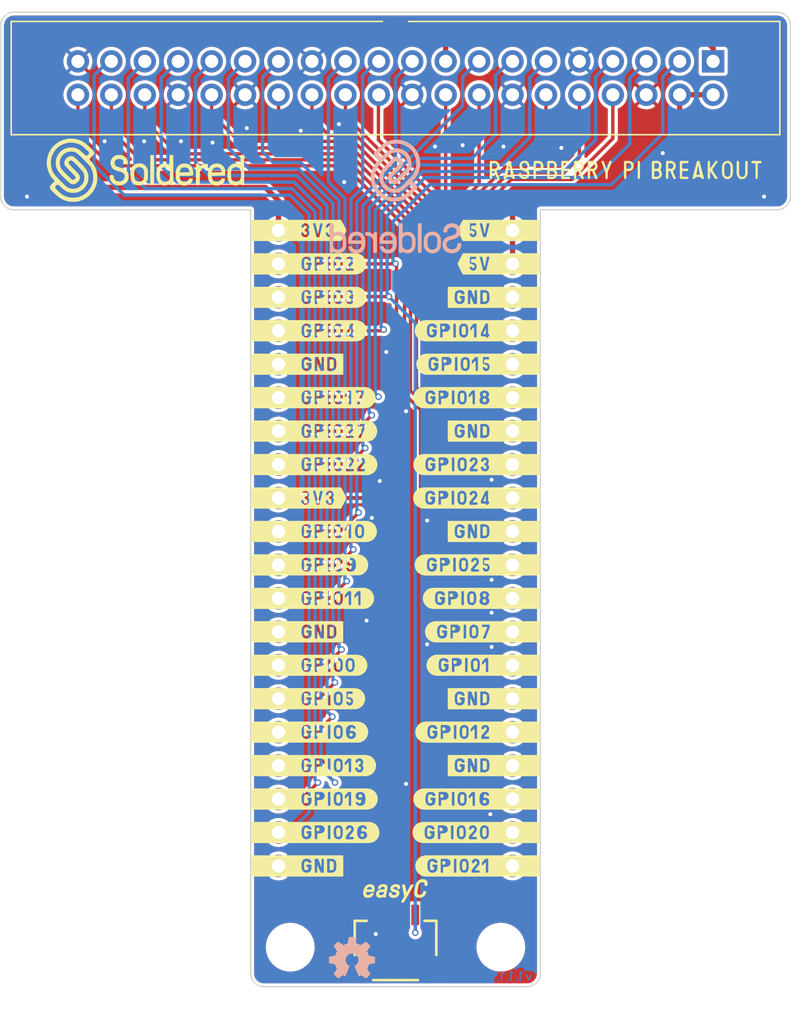
<source format=kicad_pcb>
(kicad_pcb (version 20211014) (generator pcbnew)
  (title_block (title "Raspberry Pi breadboard breakout") (date "2021-10-04") (rev "v1.1.1.") (company "SOLDERED") (comment 1 "333135"))
  (layers (0 "F.Cu" signal) (31 "B.Cu" signal) (34 "B.Paste" user) (35 "F.Paste" user) (36 "B.SilkS" user "B.Silkscreen") (37 "F.SilkS" user "F.Silkscreen") (38 "B.Mask" user) (39 "F.Mask" user) (44 "Edge.Cuts" user))
  (net 0 "")
  (net 1 "3V3")
  (net 2 "SDA")
  (net 3 "SCL")
  (net 4 "Net-(K1-Pad7)")
  (net 5 "GND")
  (net 6 "Net-(K1-Pad5)")
  (net 7 "Net-(K1-Pad4)")
  (net 8 "Net-(K1-Pad3)")
  (net 9 "Net-(K1-Pad1)")
  (net 10 "Net-(K2-Pad10)")
  (net 11 "Net-(K2-Pad9)")
  (net 12 "Net-(K2-Pad7)")
  (net 13 "Net-(K2-Pad6)")
  (net 14 "Net-(K2-Pad5)")
  (net 15 "Net-(K2-Pad4)")
  (net 16 "Net-(K2-Pad3)")
  (net 17 "Net-(K2-Pad2)")
  (net 18 "Net-(K4-Pad40)")
  (net 19 "Net-(K4-Pad38)")
  (net 20 "Net-(K4-Pad36)")
  (net 21 "Net-(K4-Pad32)")
  (net 22 "Net-(K4-Pad28)")
  (net 23 "Net-(K4-Pad26)")
  (net 24 "Net-(K4-Pad24)")
  (net 25 "Net-(K4-Pad22)")
  (net 26 "Net-(K4-Pad18)")
  (net 27 "Net-(K4-Pad16)")
  (net 28 "Net-(K4-Pad12)")
  (net 29 "Net-(K4-Pad10)")
  (net 30 "Net-(K4-Pad8)")
  (net 31 "Net-(K4-Pad2)")
  (footprint "buzzardLabel" (layer "F.Cu") (at 141.4 105.27)
    (fp_text reference "")
    (fp_text value "")
  )
  (footprint "buzzardLabel" (layer "F.Cu") (at 118.6 138.29)
    (fp_text reference "")
    (fp_text value "")
  )
  (footprint "buzzardLabel" (layer "F.Cu") (at 118.6 133.21)
    (fp_text reference "")
    (fp_text value "")
  )
  (footprint "e-radionica.com footprinti:HOLE_3.2mm" (layer "F.Cu") (at 122 147)
    (fp_text reference "H2" hide)
    (fp_text value "HOLE_3.2mm" hide)
  )
  (footprint "buzzardLabel" (layer "F.Cu") (at 118.6 120.51)
    (fp_text reference "")
    (fp_text value "")
  )
  (footprint "Soldered Graphics:Logo-Front-SolderedFULL-15mm" (layer "F.Cu") (at 111 88)
    (fp_text reference "REF**" hide)
    (fp_text value "Logo-Front-SolderedFULL-15mm" hide)
  )
  (footprint "buzzardLabel" (layer "F.Cu") (at 141.4 100.19)
    (fp_text reference "")
    (fp_text value "")
  )
  (footprint "buzzardLabel" (layer "F.Cu") (at 141.4 123.05)
    (fp_text reference "")
    (fp_text value "")
  )
  (footprint "e-radionica.com footprinti:FIDUCIAL_23" (layer "F.Cu") (at 130 148.2)
    (fp_text reference "FD1")
    (fp_text value "FIDUCIAL")
  )
  (footprint "buzzardLabel" (layer "F.Cu") (at 141.4 97.65)
    (fp_text reference "")
    (fp_text value "")
  )
  (footprint "buzzardLabel" (layer "F.Cu") (at 141.4 140.83)
    (fp_text reference "")
    (fp_text value "")
  )
  (footprint "buzzardLabel" (layer "F.Cu") (at 118.6 117.97)
    (fp_text reference "")
    (fp_text value "")
  )
  (footprint "buzzardLabel" (layer "F.Cu") (at 141.4 133.21)
    (fp_text reference "")
    (fp_text value "")
  )
  (footprint "buzzardLabel" (layer "F.Cu") (at 141.4 120.51)
    (fp_text reference "")
    (fp_text value "")
  )
  (footprint "buzzardLabel" (layer "F.Cu") (at 141.4 115.43)
    (fp_text reference "")
    (fp_text value "")
  )
  (footprint "buzzardLabel" (layer "F.Cu") (at 118.6 140.83)
    (fp_text reference "")
    (fp_text value "")
  )
  (footprint "buzzardLabel" (layer "F.Cu") (at 118.6 105.27)
    (fp_text reference "")
    (fp_text value "")
  )
  (footprint "buzzardLabel" (layer "F.Cu") (at 141.4 95.11)
    (fp_text reference "")
    (fp_text value "")
  )
  (footprint "buzzardLabel" (layer "F.Cu") (at 141.4 112.89)
    (fp_text reference "")
    (fp_text value "")
  )
  (footprint "buzzardLabel" (layer "F.Cu") (at 141.4 92.57)
    (fp_text reference "")
    (fp_text value "")
  )
  (footprint "Soldered Graphics:Logo-Back-OSH-3.5mm" (layer "F.Cu") (at 126.7 147.8)
    (fp_text reference "G***" hide)
    (fp_text value "LOGO" hide)
  )
  (footprint "Soldered Graphics:Logo-Back-SolderedVERTICAL-10mm" (layer "F.Cu") (at 130 90)
    (fp_text reference "G***" hide)
    (fp_text value "LOGO" hide)
  )
  (footprint "buzzardLabel" (layer "F.Cu") (at 149 88)
    (fp_text reference "")
    (fp_text value "")
  )
  (footprint "buzzardLabel" (layer "F.Cu") (at 118.6 107.81)
    (fp_text reference "")
    (fp_text value "")
  )
  (footprint "buzzardLabel" (layer "F.Cu") (at 141.4 117.97)
    (fp_text reference "")
    (fp_text value "")
  )
  (footprint "buzzardLabel" (layer "F.Cu") (at 118.6 125.59)
    (fp_text reference "")
    (fp_text value "")
  )
  (footprint "buzzardLabel" (layer "F.Cu") (at 141.4 128.13)
    (fp_text reference "")
    (fp_text value "")
  )
  (footprint "e-radionica.com footprinti:easyC-connector" (layer "F.Cu") (at 130 146.7 180)
    (fp_text reference "K3")
    (fp_text value "easyC-SMD")
  )
  (footprint "buzzardLabel" (layer "F.Cu") (at 141.4 125.59)
    (fp_text reference "")
    (fp_text value "")
  )
  (footprint "buzzardLabel" (layer "F.Cu") (at 118.6 110.35)
    (fp_text reference "")
    (fp_text value "")
  )
  (footprint "buzzardLabel" (layer "F.Cu") (at 118.6 115.43)
    (fp_text reference "")
    (fp_text value "")
  )
  (footprint "buzzardLabel" (layer "F.Cu") (at 118.6 92.57)
    (fp_text reference "")
    (fp_text value "")
  )
  (footprint "buzzardLabel" (layer "F.Cu") (at 141.4 107.81)
    (fp_text reference "")
    (fp_text value "")
  )
  (footprint "buzzardLabel" (layer "F.Cu") (at 118.6 112.89)
    (fp_text reference "")
    (fp_text value "")
  )
  (footprint "buzzardLabel" (layer "F.Cu") (at 141.4 130.67)
    (fp_text reference "")
    (fp_text value "")
  )
  (footprint "e-radionica.com footprinti:RASPBERRY_PI4_HEADER" (layer "F.Cu") (at 130 81 180)
    (fp_text reference "K4")
    (fp_text value "RASPBERRY_PI4_HEADER")
  )
  (footprint "buzzardLabel" (layer "F.Cu") (at 118.6 130.67)
    (fp_text reference "")
    (fp_text value "")
  )
  (footprint "buzzardLabel" (layer "F.Cu") (at 118.6 135.75)
    (fp_text reference "")
    (fp_text value "")
  )
  (footprint "buzzardLabel" (layer "F.Cu") (at 118.6 95.11)
    (fp_text reference "")
    (fp_text value "")
  )
  (footprint "buzzardLabel" (layer "F.Cu") (at 141.4 138.29)
    (fp_text reference "")
    (fp_text value "")
  )
  (footprint "e-radionica.com footprinti:HOLE_3.2mm" (layer "F.Cu") (at 138 147)
    (fp_text reference "H1" hide)
    (fp_text value "HOLE_3.2mm" hide)
  )
  (footprint "buzzardLabel" (layer "F.Cu") (at 118.6 102.73)
    (fp_text reference "")
    (fp_text value "")
  )
  (footprint "buzzardLabel" (layer "F.Cu") (at 118.6 123.05)
    (fp_text reference "")
    (fp_text value "")
  )
  (footprint "buzzardLabel" (layer "F.Cu") (at 118.6 97.65)
    (fp_text reference "")
    (fp_text value "")
  )
  (footprint "buzzardLabel" (layer "F.Cu") (at 118.6 100.19)
    (fp_text reference "")
    (fp_text value "")
  )
  (footprint "buzzardLabel" (layer "F.Cu") (at 141.4 102.73)
    (fp_text reference "")
    (fp_text value "")
  )
  (footprint "Soldered Graphics:Logo-Front-easyC-5mm" (layer "F.Cu") (at 130 142.7)
    (fp_text reference "G***" hide)
    (fp_text value "LOGO" hide)
  )
  (footprint "buzzardLabel" (layer "F.Cu") (at 118.6 128.13)
    (fp_text reference "")
    (fp_text value "")
  )
  (footprint "buzzardLabel" (layer "F.Cu") (at 141.4 135.75)
    (fp_text reference "")
    (fp_text value "")
  )
  (footprint "buzzardLabel" (layer "F.Cu") (at 141.4 110.35)
    (fp_text reference "")
    (fp_text value "")
  )
  (footprint "e-radionica.com footprinti:HEADER_MALE_10X1" (layer "B.Cu") (at 138.89 104 90)
    (fp_text reference "K5")
    (fp_text value "HEADER_MALE_10X1")
  )
  (footprint "e-radionica.com footprinti:HEADER_MALE_10X1" (layer "B.Cu") (at 121.11 104 90)
    (fp_text reference "K1")
    (fp_text value "HEADER_MALE_10X1")
  )
  (footprint "e-radionica.com footprinti:HEADER_MALE_10X1" (layer "B.Cu") (at 138.89 129.4 90)
    (fp_text reference "K6")
    (fp_text value "HEADER_MALE_10X1")
  )
  (footprint "e-radionica.com footprinti:HEADER_MALE_10X1" (layer "B.Cu") (at 121.11 129.4 90)
    (fp_text reference "K2")
    (fp_text value "HEADER_MALE_10X1")
  )
  (footprint "Soldered Graphics:Version1.1.1." (layer "B.Cu") (at 139 149.2 180)
    (fp_text reference "REF**" hide)
    (fp_text value "Version1.1.1." hide)
  )
  (gr_arc (start 141.000003 149.000003) (mid 140.707108 149.707109) (end 140 150) (layer "Edge.Cuts") (width 0.1))
  (gr_arc (start 160 90) (mid 159.707107 90.707107) (end 159 91) (layer "Edge.Cuts") (width 0.1))
  (gr_line (start 141 91) (end 141 149) (layer "Edge.Cuts") (width 0.1))
  (gr_arc (start 100 77) (mid 100.292893 76.292893) (end 101 76) (layer "Edge.Cuts") (width 0.1))
  (gr_line (start 100 90) (end 100 77) (layer "Edge.Cuts") (width 0.1))
  (gr_line (start 140 150) (end 120 150) (layer "Edge.Cuts") (width 0.1))
  (gr_line (start 160 77) (end 160 90) (layer "Edge.Cuts") (width 0.1))
  (gr_arc (start 101 91) (mid 100.292893 90.707107) (end 100 90) (layer "Edge.Cuts") (width 0.1))
  (gr_line (start 159 91) (end 141 91) (layer "Edge.Cuts") (width 0.1))
  (gr_line (start 101 76) (end 159 76) (layer "Edge.Cuts") (width 0.1))
  (gr_line (start 119 149) (end 119 91) (layer "Edge.Cuts") (width 0.1))
  (gr_line (start 119 91) (end 101 91) (layer "Edge.Cuts") (width 0.1))
  (gr_arc (start 120 150) (mid 119.292895 149.707108) (end 119.000003 149.000003) (layer "Edge.Cuts") (width 0.1))
  (gr_arc (start 159 76) (mid 159.707107 76.292893) (end 160 77) (layer "Edge.Cuts") (width 0.1))
  (segment (start 128.09 112.89) (end 121.11 112.89) (width 0.3) (layer "F.Cu") (net 1))
  (segment (start 102.8 78.5) (end 103.8 77.5) (width 0.4) (layer "F.Cu") (net 1))
  (segment (start 103.8 77.5) (end 133 77.5) (width 0.4) (layer "F.Cu") (net 1))
  (segment (start 133.81 78.31) (end 133.81 79.73) (width 0.4) (layer "F.Cu") (net 1))
  (segment (start 107.3 89.3) (end 102.8 84.8) (width 0.4) (layer "F.Cu") (net 1))
  (segment (start 121.11 92.57) (end 121.11 90.31) (width 0.4) (layer "F.Cu") (net 1))
  (segment (start 133 77.5) (end 133.81 78.31) (width 0.4) (layer "F.Cu") (net 1))
  (segment (start 152.9 77.5) (end 154.13 78.73) (width 0.4) (layer "F.Cu") (net 1))
  (segment (start 129.5 114.3) (end 128.09 112.89) (width 0.3) (layer "F.Cu") (net 1))
  (segment (start 129.5 144.55) (end 129.5 114.3) (width 0.3) (layer "F.Cu") (net 1))
  (segment (start 121.11 90.31) (end 120.1 89.3) (width 0.4) (layer "F.Cu") (net 1))
  (segment (start 102.8 84.8) (end 102.8 78.5) (width 0.4) (layer "F.Cu") (net 1))
  (segment (start 154.13 78.73) (end 154.13 79.73) (width 0.4) (layer "F.Cu") (net 1))
  (segment (start 133 77.5) (end 152.9 77.5) (width 0.4) (layer "F.Cu") (net 1))
  (segment (start 120.1 89.3) (end 107.3 89.3) (width 0.4) (layer "F.Cu") (net 1))
  (segment (start 122.9 93.5) (end 122.9 112.2) (width 0.4) (layer "B.Cu") (net 1))
  (segment (start 121.11 92.57) (end 121.97 92.57) (width 0.4) (layer "B.Cu") (net 1))
  (segment (start 121.97 92.57) (end 122.9 93.5) (width 0.4) (layer "B.Cu") (net 1))
  (segment (start 122.21 112.89) (end 121.11 112.89) (width 0.4) (layer "B.Cu") (net 1))
  (segment (start 122.9 112.2) (end 122.21 112.89) (width 0.4) (layer "B.Cu") (net 1))
  (segment (start 129.99 95.11) (end 121.11 95.11) (width 0.254) (layer "F.Cu") (net 2))
  (segment (start 130 95.1) (end 130.077011 95.177011) (width 0.254) (layer "F.Cu") (net 2))
  (segment (start 130.5 141.9) (end 130.5 144.55) (width 0.254) (layer "F.Cu") (net 2))
  (segment (start 130.077011 141.477011) (end 130.5 141.9) (width 0.254) (layer "F.Cu") (net 2))
  (segment (start 130.077011 95.177011) (end 130.077011 141.477011) (width 0.254) (layer "F.Cu") (net 2))
  (segment (start 130 95.1) (end 129.99 95.11) (width 0.254) (layer "F.Cu") (net 2))
  (via (at 130 95.1) (size 0.5) (drill 0.3) (layers "F.Cu" "B.Cu") (net 2))
  (segment (start 129.81608 91.88392) (end 132.6 89.1) (width 0.254) (layer "B.Cu") (net 2))
  (segment (start 151.47 79.73) (end 151.59 79.73) (width 0.254) (layer "B.Cu") (net 2))
  (segment (start 150.3 80.9) (end 151.47 79.73) (width 0.254) (layer "B.Cu") (net 2))
  (segment (start 146.4 89.1) (end 150.3 85.2) (width 0.254) (layer "B.Cu") (net 2))
  (segment (start 150.3 85.2) (end 150.3 80.9) (width 0.254) (layer "B.Cu") (net 2))
  (segment (start 132.6 89.1) (end 146.4 89.1) (width 0.254) (layer "B.Cu") (net 2))
  (segment (start 130 95.1) (end 129.81608 94.91608) (width 0.254) (layer "B.Cu") (net 2))
  (segment (start 129.81608 94.91608) (end 129.81608 91.88392) (width 0.254) (layer "B.Cu") (net 2))
  (segment (start 129.5 97.6) (end 121.16 97.6) (width 0.254) (layer "F.Cu") (net 3))
  (segment (start 121.16 97.6) (end 121.11 97.65) (width 0.254) (layer "F.Cu") (net 3))
  (segment (start 131.5 145.9) (end 131.5 144.55) (width 0.254) (layer "F.Cu") (net 3))
  (via (at 131.5 145.9) (size 0.5) (drill 0.3) (layers "F.Cu" "B.Cu") (net 3))
  (via (at 129.5 97.6) (size 0.5) (drill 0.3) (layers "F.Cu" "B.Cu") (net 3))
  (segment (start 131.5 99.6) (end 131.5 145.9) (width 0.254) (layer "B.Cu") (net 3))
  (segment (start 149.05 79.75) (end 149.05 79.73) (width 0.254) (layer "B.Cu") (net 3))
  (segment (start 129.5 97.6) (end 129.36206 97.46206) (width 0.254) (layer "B.Cu") (net 3))
  (segment (start 129.36206 97.46206) (end 129.36206 91.43794) (width 0.254) (layer "B.Cu") (net 3))
  (segment (start 145.24598 88.55402) (end 147.8 86) (width 0.254) (layer "B.Cu") (net 3))
  (segment (start 129.5 97.6) (end 131.5 99.6) (width 0.254) (layer "B.Cu") (net 3))
  (segment (start 147.8 86) (end 147.8 81) (width 0.254) (layer "B.Cu") (net 3))
  (segment (start 129.36206 91.43794) (end 132.24598 88.55402) (width 0.254) (layer "B.Cu") (net 3))
  (segment (start 132.24598 88.55402) (end 145.24598 88.55402) (width 0.254) (layer "B.Cu") (net 3))
  (segment (start 147.8 81) (end 149.05 79.75) (width 0.254) (layer "B.Cu") (net 3))
  (segment (start 129.01 100.19) (end 121.11 100.19) (width 0.254) (layer "F.Cu") (net 4))
  (segment (start 129.1 100.1) (end 129.01 100.19) (width 0.254) (layer "F.Cu") (net 4))
  (via (at 129.1 100.1) (size 0.5) (drill 0.3) (layers "F.Cu" "B.Cu") (net 4))
  (segment (start 128.90804 91.234042) (end 128.90804 99.90804) (width 0.254) (layer "B.Cu") (net 4))
  (segment (start 128.90804 99.90804) (end 129.1 100.1) (width 0.254) (layer "B.Cu") (net 4))
  (segment (start 145.2 85.7) (end 142.8 88.1) (width 0.254) (layer "B.Cu") (net 4))
  (segment (start 145.2 80.9) (end 145.2 85.7) (width 0.254) (layer "B.Cu") (net 4))
  (segment (start 132.042082 88.1) (end 128.90804 91.234042) (width 0.254) (layer "B.Cu") (net 4))
  (segment (start 146.37 79.73) (end 145.2 80.9) (width 0.254) (layer "B.Cu") (net 4))
  (segment (start 146.51 79.73) (end 146.37 79.73) (width 0.254) (layer "B.Cu") (net 4))
  (segment (start 142.8 88.1) (end 132.042082 88.1) (width 0.254) (layer "B.Cu") (net 4))
  (segment (start 138.89 107.81) (end 138.61 107.81) (width 0.254) (layer "F.Cu") (net 5))
  (via (at 127.8 122.2) (size 0.5) (drill 0.3) (layers "F.Cu" "B.Cu") (net 5))
  (via (at 118.7 84.8) (size 0.5) (drill 0.3) (layers "F.Cu" "B.Cu") (net 5))
  (via (at 158 90) (size 0.5) (drill 0.3) (layers "F.Cu" "B.Cu") (net 5))
  (via (at 132.4 114.6) (size 0.5) (drill 0.3) (layers "F.Cu" "B.Cu") (net 5))
  (via (at 132.4 124) (size 0.5) (drill 0.3) (layers "F.Cu" "B.Cu") (net 5))
  (via (at 128.8 111.6) (size 0.5) (drill 0.3) (layers "F.Cu" "B.Cu") (net 5))
  (via (at 122.8 85) (size 0.5) (drill 0.3) (layers "F.Cu" "B.Cu") (net 5))
  (via (at 150.3 86.7) (size 0.5) (drill 0.3) (layers "F.Cu" "B.Cu") (net 5))
  (via (at 137.3 119.1) (size 0.5) (drill 0.3) (layers "F.Cu" "B.Cu") (net 5))
  (via (at 135.1 86.1) (size 0.5) (drill 0.3) (layers "F.Cu" "B.Cu") (net 5))
  (via (at 130.8 134.6) (size 0.5) (drill 0.3) (layers "F.Cu" "B.Cu") (net 5))
  (via (at 102 90) (size 0.5) (drill 0.3) (layers "F.Cu" "B.Cu") (net 5))
  (via (at 129.3 101.8) (size 0.5) (drill 0.3) (layers "F.Cu" "B.Cu") (net 5))
  (via (at 128.2 114.4) (size 0.5) (drill 0.3) (layers "F.Cu" "B.Cu") (net 5))
  (via (at 126.1 88.9) (size 0.5) (drill 0.3) (layers "F.Cu" "B.Cu") (net 5))
  (via (at 137.2 136.9) (size 0.5) (drill 0.3) (layers "F.Cu" "B.Cu") (net 5))
  (via (at 116.1 85.9) (size 0.5) (drill 0.3) (layers "F.Cu" "B.Cu") (net 5))
  (via (at 125.7 84.5) (size 0.5) (drill 0.3) (layers "F.Cu" "B.Cu") (net 5))
  (via (at 137.3 121.6) (size 0.5) (drill 0.3) (layers "F.Cu" "B.Cu") (net 5))
  (via (at 113.7 85.8) (size 0.5) (drill 0.3) (layers "F.Cu" "B.Cu") (net 5))
  (via (at 137.3 124.2) (size 0.5) (drill 0.3) (layers "F.Cu" "B.Cu") (net 5))
  (via (at 138.2 86.2) (size 0.5) (drill 0.3) (layers "F.Cu" "B.Cu") (net 5))
  (via (at 137.3 111.5) (size 0.5) (drill 0.3) (layers "F.Cu" "B.Cu") (net 5))
  (via (at 133 86.2) (size 0.5) (drill 0.3) (layers "F.Cu" "B.Cu") (net 5))
  (via (at 128.5 146) (size 0.5) (drill 0.3) (layers "F.Cu" "B.Cu") (net 5))
  (via (at 107.9 85.8) (size 0.5) (drill 0.3) (layers "F.Cu" "B.Cu") (net 5))
  (via (at 142.6 86.3) (size 0.5) (drill 0.3) (layers "F.Cu" "B.Cu") (net 5))
  (via (at 110.9 85.8) (size 0.5) (drill 0.3) (layers "F.Cu" "B.Cu") (net 5))
  (via (at 130.8 106.3) (size 0.5) (drill 0.3) (layers "F.Cu" "B.Cu") (net 5))
  (segment (start 121.18 105.2) (end 121.11 105.27) (width 0.254) (layer "F.Cu") (net 6))
  (segment (start 128.7 105.2) (end 121.18 105.2) (width 0.254) (layer "F.Cu") (net 6))
  (via (at 128.7 105.2) (size 0.5) (drill 0.3) (layers "F.Cu" "B.Cu") (net 6))
  (segment (start 128.45402 104.95402) (end 128.7 105.2) (width 0.254) (layer "B.Cu") (net 6))
  (segment (start 138.1 87.6) (end 131.9 87.6) (width 0.254) (layer "B.Cu") (net 6))
  (segment (start 140.2 85.5) (end 138.1 87.6) (width 0.254) (layer "B.Cu") (net 6))
  (segment (start 141.43 79.73) (end 140.2 80.96) (width 0.254) (layer "B.Cu") (net 6))
  (segment (start 140.2 80.96) (end 140.2 85.5) (width 0.254) (layer "B.Cu") (net 6))
  (segment (start 128.45402 91.04598) (end 128.45402 104.95402) (width 0.254) (layer "B.Cu") (net 6))
  (segment (start 131.9 87.6) (end 128.45402 91.04598) (width 0.254) (layer "B.Cu") (net 6))
  (segment (start 126.99 107.81) (end 121.11 107.81) (width 0.254) (layer "F.Cu") (net 7))
  (segment (start 128.2 106.6) (end 126.99 107.81) (width 0.254) (layer "F.Cu") (net 7))
  (via (at 128.2 106.6) (size 0.5) (drill 0.3) (layers "F.Cu" "B.Cu") (net 7))
  (segment (start 135.8 87.1) (end 137.6 85.3) (width 0.254) (layer "B.Cu") (net 7))
  (segment (start 128 106.4) (end 128 90.842082) (width 0.254) (layer "B.Cu") (net 7))
  (segment (start 138.67 79.73) (end 138.89 79.73) (width 0.254) (layer "B.Cu") (net 7))
  (segment (start 137.6 80.8) (end 138.67 79.73) (width 0.254) (layer "B.Cu") (net 7))
  (segment (start 131.742082 87.1) (end 135.8 87.1) (width 0.254) (layer "B.Cu") (net 7))
  (segment (start 128 90.842082) (end 131.742082 87.1) (width 0.254) (layer "B.Cu") (net 7))
  (segment (start 137.6 85.3) (end 137.6 80.8) (width 0.254) (layer "B.Cu") (net 7))
  (segment (start 128.2 106.6) (end 128 106.4) (width 0.254) (layer "B.Cu") (net 7))
  (segment (start 127.7 109.1) (end 126.5 110.3) (width 0.254) (layer "F.Cu") (net 8))
  (segment (start 121.16 110.3) (end 121.11 110.35) (width 0.254) (layer "F.Cu") (net 8))
  (segment (start 126.5 110.3) (end 121.16 110.3) (width 0.254) (layer "F.Cu") (net 8))
  (via (at 127.7 109.1) (size 0.5) (drill 0.3) (layers "F.Cu" "B.Cu") (net 8))
  (segment (start 127.51608 108.91608) (end 127.51608 90.68392) (width 0.254) (layer "B.Cu") (net 8))
  (segment (start 136.27 79.73) (end 136.35 79.73) (width 0.254) (layer "B.Cu") (net 8))
  (segment (start 135.1 83.1) (end 135.1 80.9) (width 0.254) (layer "B.Cu") (net 8))
  (segment (start 127.7 109.1) (end 127.51608 108.91608) (width 0.254) (layer "B.Cu") (net 8))
  (segment (start 135.1 80.9) (end 136.27 79.73) (width 0.254) (layer "B.Cu") (net 8))
  (segment (start 127.51608 90.68392) (end 135.1 83.1) (width 0.254) (layer "B.Cu") (net 8))
  (segment (start 127.2 114) (end 125.8 115.4) (width 0.254) (layer "F.Cu") (net 9))
  (segment (start 125.8 115.4) (end 121.14 115.4) (width 0.254) (layer "F.Cu") (net 9))
  (segment (start 121.14 115.4) (end 121.11 115.43) (width 0.254) (layer "F.Cu") (net 9))
  (via (at 127.2 114) (size 0.5) (drill 0.3) (layers "F.Cu" "B.Cu") (net 9))
  (segment (start 127.2 114) (end 127.06206 113.86206) (width 0.254) (layer "B.Cu") (net 9))
  (segment (start 130 81) (end 131.27 79.73) (width 0.254) (layer "B.Cu") (net 9))
  (segment (start 130 87.5) (end 130 81) (width 0.254) (layer "B.Cu") (net 9))
  (segment (start 127.06206 113.86206) (end 127.06206 90.43794) (width 0.254) (layer "B.Cu") (net 9))
  (segment (start 127.06206 90.43794) (end 130 87.5) (width 0.254) (layer "B.Cu") (net 9))
  (segment (start 121.14 118) (end 121.11 117.97) (width 0.254) (layer "F.Cu") (net 10))
  (segment (start 125.6 118) (end 121.14 118) (width 0.254) (layer "F.Cu") (net 10))
  (segment (start 126.8 116.8) (end 125.6 118) (width 0.254) (layer "F.Cu") (net 10))
  (via (at 126.8 116.8) (size 0.5) (drill 0.3) (layers "F.Cu" "B.Cu") (net 10))
  (segment (start 126.8 116.8) (end 126.60804 116.60804) (width 0.254) (layer "B.Cu") (net 10))
  (segment (start 127.5 89.3) (end 127.5 80.8) (width 0.254) (layer "B.Cu") (net 10))
  (segment (start 128.57 79.73) (end 128.73 79.73) (width 0.254) (layer "B.Cu") (net 10))
  (segment (start 126.60804 90.19196) (end 127.5 89.3) (width 0.254) (layer "B.Cu") (net 10))
  (segment (start 126.60804 116.60804) (end 126.60804 90.19196) (width 0.254) (layer "B.Cu") (net 10))
  (segment (start 127.5 80.8) (end 128.57 79.73) (width 0.254) (layer "B.Cu") (net 10))
  (segment (start 122.41 120.51) (end 121.11 120.51) (width 0.254) (layer "F.Cu") (net 11))
  (segment (start 125 120.5) (end 122.42 120.5) (width 0.254) (layer "F.Cu") (net 11))
  (segment (start 126.3 119.2) (end 125 120.5) (width 0.254) (layer "F.Cu") (net 11))
  (segment (start 122.42 120.5) (end 122.41 120.51) (width 0.254) (layer "F.Cu") (net 11))
  (via (at 126.3 119.2) (size 0.5) (drill 0.3) (layers "F.Cu" "B.Cu") (net 11))
  (segment (start 126.15402 90.127775) (end 124.9 88.873754) (width 0.254) (layer "B.Cu") (net 11))
  (segment (start 126.17 79.73) (end 126.19 79.73) (width 0.254) (layer "B.Cu") (net 11))
  (segment (start 126.3 119.2) (end 126.15402 119.05402) (width 0.254) (layer "B.Cu") (net 11))
  (segment (start 126.15402 119.05402) (end 126.15402 90.127775) (width 0.254) (layer "B.Cu") (net 11))
  (segment (start 124.9 88.873754) (end 124.9 81) (width 0.254) (layer "B.Cu") (net 11))
  (segment (start 124.9 81) (end 126.17 79.73) (width 0.254) (layer "B.Cu") (net 11))
  (segment (start 124.71 125.59) (end 121.11 125.59) (width 0.254) (layer "F.Cu") (net 12))
  (segment (start 125.9 124.4) (end 124.71 125.59) (width 0.254) (layer "F.Cu") (net 12))
  (via (at 125.9 124.4) (size 0.5) (drill 0.3) (layers "F.Cu" "B.Cu") (net 12))
  (segment (start 125.7 90.315836) (end 122.784164 87.4) (width 0.254) (layer "B.Cu") (net 12))
  (segment (start 122.784164 87.4) (end 120.7 87.4) (width 0.254) (layer "B.Cu") (net 12))
  (segment (start 119.9 80.9) (end 121.07 79.73) (width 0.254) (layer "B.Cu") (net 12))
  (segment (start 120.7 87.4) (end 119.9 86.6) (width 0.254) (layer "B.Cu") (net 12))
  (segment (start 121.07 79.73) (end 121.11 79.73) (width 0.254) (layer "B.Cu") (net 12))
  (segment (start 125.7 124.2) (end 125.7 90.315836) (width 0.254) (layer "B.Cu") (net 12))
  (segment (start 125.9 124.4) (end 125.7 124.2) (width 0.254) (layer "B.Cu") (net 12))
  (segment (start 119.9 86.6) (end 119.9 80.9) (width 0.254) (layer "B.Cu") (net 12))
  (segment (start 124.2 128.1) (end 121.14 128.1) (width 0.254) (layer "F.Cu") (net 13))
  (segment (start 121.14 128.1) (end 121.11 128.13) (width 0.254) (layer "F.Cu") (net 13))
  (segment (start 125.4 126.9) (end 124.2 128.1) (width 0.254) (layer "F.Cu") (net 13))
  (via (at 125.4 126.9) (size 0.5) (drill 0.3) (layers "F.Cu" "B.Cu") (net 13))
  (segment (start 125.24598 126.74598) (end 125.24598 90.503898) (width 0.254) (layer "B.Cu") (net 13))
  (segment (start 122.642082 87.9) (end 118.9 87.9) (width 0.254) (layer "B.Cu") (net 13))
  (segment (start 118.9 87.9) (end 117.3 86.3) (width 0.254) (layer "B.Cu") (net 13))
  (segment (start 117.3 81) (end 118.57 79.73) (width 0.254) (layer "B.Cu") (net 13))
  (segment (start 125.24598 90.503898) (end 122.642082 87.9) (width 0.254) (layer "B.Cu") (net 13))
  (segment (start 125.4 126.9) (end 125.24598 126.74598) (width 0.254) (layer "B.Cu") (net 13))
  (segment (start 117.3 86.3) (end 117.3 81) (width 0.254) (layer "B.Cu") (net 13))
  (segment (start 121.18 130.6) (end 121.11 130.67) (width 0.254) (layer "F.Cu") (net 14))
  (segment (start 125.2 129.5) (end 124.1 130.6) (width 0.254) (layer "F.Cu") (net 14))
  (segment (start 124.1 130.6) (end 121.18 130.6) (width 0.254) (layer "F.Cu") (net 14))
  (via (at 125.2 129.5) (size 0.5) (drill 0.3) (layers "F.Cu" "B.Cu") (net 14))
  (segment (start 114.8 87.4) (end 114.8 80.96) (width 0.254) (layer "B.Cu") (net 14))
  (segment (start 125.2 129.5) (end 124.79196 129.09196) (width 0.254) (layer "B.Cu") (net 14))
  (segment (start 122.5 88.4) (end 115.8 88.4) (width 0.254) (layer "B.Cu") (net 14))
  (segment (start 115.8 88.4) (end 114.8 87.4) (width 0.254) (layer "B.Cu") (net 14))
  (segment (start 114.8 80.96) (end 116.03 79.73) (width 0.254) (layer "B.Cu") (net 14))
  (segment (start 124.79196 129.09196) (end 124.79196 90.69196) (width 0.254) (layer "B.Cu") (net 14))
  (segment (start 124.79196 90.69196) (end 122.5 88.4) (width 0.254) (layer "B.Cu") (net 14))
  (segment (start 121.12 133.2) (end 121.11 133.21) (width 0.254) (layer "F.Cu") (net 15))
  (segment (start 124.1 133.2) (end 121.12 133.2) (width 0.254) (layer "F.Cu") (net 15))
  (segment (start 125.4 134.5) (end 124.1 133.2) (width 0.254) (layer "F.Cu") (net 15))
  (via (at 125.4 134.5) (size 0.5) (drill 0.3) (layers "F.Cu" "B.Cu") (net 15))
  (segment (start 113.4 88.9) (end 112.2 87.7) (width 0.254) (layer "B.Cu") (net 15))
  (segment (start 124.33794 90.93794) (end 122.3 88.9) (width 0.254) (layer "B.Cu") (net 15))
  (segment (start 112.2 87.7) (end 112.2 81) (width 0.254) (layer "B.Cu") (net 15))
  (segment (start 124.33794 133.43794) (end 124.33794 90.93794) (width 0.254) (layer "B.Cu") (net 15))
  (segment (start 113.47 79.73) (end 113.49 79.73) (width 0.254) (layer "B.Cu") (net 15))
  (segment (start 122.3 88.9) (end 113.4 88.9) (width 0.254) (layer "B.Cu") (net 15))
  (segment (start 112.2 81) (end 113.47 79.73) (width 0.254) (layer "B.Cu") (net 15))
  (segment (start 125.4 134.5) (end 124.33794 133.43794) (width 0.254) (layer "B.Cu") (net 15))
  (segment (start 122.85 135.75) (end 121.11 135.75) (width 0.254) (layer "F.Cu") (net 16))
  (segment (start 124.1 134.5) (end 122.85 135.75) (width 0.254) (layer "F.Cu") (net 16))
  (via (at 124.1 134.5) (size 0.5) (drill 0.3) (layers "F.Cu" "B.Cu") (net 16))
  (segment (start 124.1 134.5) (end 123.88392 134.28392) (width 0.254) (layer "B.Cu") (net 16))
  (segment (start 110.95 79.75) (end 110.95 79.73) (width 0.254) (layer "B.Cu") (net 16))
  (segment (start 109.7 88.1) (end 109.7 81) (width 0.254) (layer "B.Cu") (net 16))
  (segment (start 123.88392 91.141838) (end 122.142082 89.4) (width 0.254) (layer "B.Cu") (net 16))
  (segment (start 111 89.4) (end 109.7 88.1) (width 0.254) (layer "B.Cu") (net 16))
  (segment (start 123.88392 134.28392) (end 123.88392 91.141838) (width 0.254) (layer "B.Cu") (net 16))
  (segment (start 109.7 81) (end 110.95 79.75) (width 0.254) (layer "B.Cu") (net 16))
  (segment (start 122.142082 89.4) (end 111 89.4) (width 0.254) (layer "B.Cu") (net 16))
  (segment (start 109.4 89.9) (end 122 89.9) (width 0.254) (layer "B.Cu") (net 17))
  (segment (start 108.17 79.73) (end 107.1 80.8) (width 0.254) (layer "B.Cu") (net 17))
  (segment (start 123.4299 136.7701) (end 121.91 138.29) (width 0.254) (layer "B.Cu") (net 17))
  (segment (start 122 89.9) (end 123.4299 91.3299) (width 0.254) (layer "B.Cu") (net 17))
  (segment (start 107.1 80.8) (end 107.1 87.6) (width 0.254) (layer "B.Cu") (net 17))
  (segment (start 107.1 87.6) (end 109.4 89.9) (width 0.254) (layer "B.Cu") (net 17))
  (segment (start 121.91 138.29) (end 121.11 138.29) (width 0.254) (layer "B.Cu") (net 17))
  (segment (start 123.4299 91.3299) (end 123.4299 136.7701) (width 0.254) (layer "B.Cu") (net 17))
  (segment (start 108.41 79.73) (end 108.17 79.73) (width 0.254) (layer "B.Cu") (net 17))
  (segment (start 126.109568 87.66206) (end 108.36206 87.66206) (width 0.254) (layer "F.Cu") (net 18))
  (segment (start 137.93 140.83) (end 134.7 137.6) (width 0.254) (layer "F.Cu") (net 18))
  (segment (start 131.89196 112.79196) (end 131.89196 106.19196) (width 0.254) (layer "F.Cu") (net 18))
  (segment (start 105.87 85.17) (end 105.87 82.27) (width 0.254) (layer "F.Cu") (net 18))
  (segment (start 134.7 137.6) (end 134.7 125.5) (width 0.254) (layer "F.Cu") (net 18))
  (segment (start 133.44598 124.24598) (end 133.44598 114.34598) (width 0.254) (layer "F.Cu") (net 18))
  (segment (start 131.89196 106.19196) (end 130.68392 104.98392) (width 0.254) (layer "F.Cu") (net 18))
  (segment (start 138.89 140.83) (end 137.93 140.83) (width 0.254) (layer "F.Cu") (net 18))
  (segment (start 134.7 125.5) (end 133.44598 124.24598) (width 0.254) (layer "F.Cu") (net 18))
  (segment (start 133.44598 114.34598) (end 131.89196 112.79196) (width 0.254) (layer "F.Cu") (net 18))
  (segment (start 108.36206 87.66206) (end 105.87 85.17) (width 0.254) (layer "F.Cu") (net 18))
  (segment (start 130.68392 104.98392) (end 130.68392 92.236412) (width 0.254) (layer "F.Cu") (net 18))
  (segment (start 130.68392 92.236412) (end 126.109568 87.66206) (width 0.254) (layer "F.Cu") (net 18))
  (segment (start 135.2 135.9) (end 135.2 125.3) (width 0.254) (layer "F.Cu") (net 19))
  (segment (start 110.60804 87.20804) (end 108.41 85.01) (width 0.254) (layer "F.Cu") (net 19))
  (segment (start 131.13794 104.73794) (end 131.13794 92.04835) (width 0.254) (layer "F.Cu") (net 19))
  (segment (start 133.9 114.1) (end 132.34598 112.54598) (width 0.254) (layer "F.Cu") (net 19))
  (segment (start 108.41 85.01) (end 108.41 82.27) (width 0.254) (layer "F.Cu") (net 19))
  (segment (start 133.9 124) (end 133.9 114.1) (width 0.254) (layer "F.Cu") (net 19))
  (segment (start 132.34598 112.54598) (end 132.34598 105.94598) (width 0.254) (layer "F.Cu") (net 19))
  (segment (start 138.89 138.29) (end 137.59 138.29) (width 0.254) (layer "F.Cu") (net 19))
  (segment (start 137.59 138.29) (end 135.2 135.9) (width 0.254) (layer "F.Cu") (net 19))
  (segment (start 132.34598 105.94598) (end 131.13794 104.73794) (width 0.254) (layer "F.Cu") (net 19))
  (segment (start 131.13794 92.04835) (end 126.29763 87.20804) (width 0.254) (layer "F.Cu") (net 19))
  (segment (start 135.2 125.3) (end 133.9 124) (width 0.254) (layer "F.Cu") (net 19))
  (segment (start 126.29763 87.20804) (end 110.60804 87.20804) (width 0.254) (layer "F.Cu") (net 19))
  (segment (start 131.59196 104.49196) (end 131.59196 91.860288) (width 0.254) (layer "F.Cu") (net 20))
  (segment (start 134.43794 123.880022) (end 134.43794 113.980022) (width 0.254) (layer "F.Cu") (net 20))
  (segment (start 137.75 135.75) (end 135.7 133.7) (width 0.254) (layer "F.Cu") (net 20))
  (segment (start 135.7 133.7) (end 135.7 125.142082) (width 0.254) (layer "F.Cu") (net 20))
  (segment (start 132.8 112.342082) (end 132.8 105.7) (width 0.254) (layer "F.Cu") (net 20))
  (segment (start 110.95 84.25) (end 110.95 82.27) (width 0.254) (layer "F.Cu") (net 20))
  (segment (start 138.89 135.75) (end 137.75 135.75) (width 0.254) (layer "F.Cu") (net 20))
  (segment (start 126.485692 86.75402) (end 113.45402 86.75402) (width 0.254) (layer "F.Cu") (net 20))
  (segment (start 131.59196 91.860288) (end 126.485692 86.75402) (width 0.254) (layer "F.Cu") (net 20))
  (segment (start 134.43794 113.980022) (end 132.8 112.342082) (width 0.254) (layer "F.Cu") (net 20))
  (segment (start 113.45402 86.75402) (end 110.95 84.25) (width 0.254) (layer "F.Cu") (net 20))
  (segment (start 135.7 125.142082) (end 134.43794 123.880022) (width 0.254) (layer "F.Cu") (net 20))
  (segment (start 132.8 105.7) (end 131.59196 104.49196) (width 0.254) (layer "F.Cu") (net 20))
  (segment (start 118.6 86.3) (end 116.03 83.73) (width 0.254) (layer "F.Cu") (net 21))
  (segment (start 138.89 130.67) (end 137.67 130.67) (width 0.254) (layer "F.Cu") (net 21))
  (segment (start 116.03 83.73) (end 116.03 82.27) (width 0.254) (layer "F.Cu") (net 21))
  (segment (start 132.04598 91.672226) (end 126.673754 86.3) (width 0.254) (layer "F.Cu") (net 21))
  (segment (start 133.3 112.2) (end 133.3 105.5) (width 0.254) (layer "F.Cu") (net 21))
  (segment (start 134.89196 123.69196) (end 134.89196 113.79196) (width 0.254) (layer "F.Cu") (net 21))
  (segment (start 136.2 125) (end 134.89196 123.69196) (width 0.254) (layer "F.Cu") (net 21))
  (segment (start 132.04598 104.24598) (end 132.04598 91.672226) (width 0.254) (layer "F.Cu") (net 21))
  (segment (start 126.673754 86.3) (end 118.6 86.3) (width 0.254) (layer "F.Cu") (net 21))
  (segment (start 134.89196 113.79196) (end 133.3 112.2) (width 0.254) (layer "F.Cu") (net 21))
  (segment (start 137.67 130.67) (end 136.2 129.2) (width 0.254) (layer "F.Cu") (net 21))
  (segment (start 136.2 129.2) (end 136.2 125) (width 0.254) (layer "F.Cu") (net 21))
  (segment (start 133.3 105.5) (end 132.04598 104.24598) (width 0.254) (layer "F.Cu") (net 21))
  (segment (start 135.34598 123.34598) (end 135.34598 113.54598) (width 0.254) (layer "F.Cu") (net 22))
  (segment (start 132.5 104) (end 132.5 91.484164) (width 0.254) (layer "F.Cu") (net 22))
  (segment (start 126.823876 85.80804) (end 122.40804 85.80804) (width 0.254) (layer "F.Cu") (net 22))
  (segment (start 133.8 105.3) (end 132.5 104) (width 0.254) (layer "F.Cu") (net 22))
  (segment (start 122.40804 85.80804) (end 121.11 84.51) (width 0.254) (layer "F.Cu") (net 22))
  (segment (start 121.11 84.51) (end 121.11 82.27) (width 0.254) (layer "F.Cu") (net 22))
  (segment (start 138.89 125.59) (end 137.59 125.59) (width 0.254) (layer "F.Cu") (net 22))
  (segment (start 133.8 112) (end 133.8 105.3) (width 0.254) (layer "F.Cu") (net 22))
  (segment (start 137.59 125.59) (end 135.34598 123.34598) (width 0.254) (layer "F.Cu") (net 22))
  (segment (start 132.5 91.484164) (end 126.823876 85.80804) (width 0.254) (layer "F.Cu") (net 22))
  (segment (start 135.34598 113.54598) (end 133.8 112) (width 0.254) (layer "F.Cu") (net 22))
  (segment (start 135.8 113.3) (end 134.3 111.8) (width 0.254) (layer "F.Cu") (net 23))
  (segment (start 133 103.8) (end 133 91.342082) (width 0.254) (layer "F.Cu") (net 23))
  (segment (start 134.3 105.1) (end 133 103.8) (width 0.254) (layer "F.Cu") (net 23))
  (segment (start 138.89 123.05) (end 137.75 123.05) (width 0.254) (layer "F.Cu") (net 23))
  (segment (start 137.75 123.05) (end 135.8 121.1) (width 0.254) (layer "F.Cu") (net 23))
  (segment (start 135.8 121.1) (end 135.8 113.3) (width 0.254) (layer "F.Cu") (net 23))
  (segment (start 123.65 84.05) (end 123.65 82.27) (width 0.254) (layer "F.Cu") (net 23))
  (segment (start 133 91.342082) (end 127.011938 85.35402) (width 0.254) (layer "F.Cu") (net 23))
  (segment (start 124.95402 85.35402) (end 123.65 84.05) (width 0.254) (layer "F.Cu") (net 23))
  (segment (start 134.3 111.8) (end 134.3 105.1) (width 0.254) (layer "F.Cu") (net 23))
  (segment (start 127.011938 85.35402) (end 124.95402 85.35402) (width 0.254) (layer "F.Cu") (net 23))
  (segment (start 126.19 83.89) (end 126.19 82.27) (width 0.254) (layer "F.Cu") (net 24))
  (segment (start 134.8 104.9) (end 133.5 103.6) (width 0.254) (layer "F.Cu") (net 24))
  (segment (start 134.8 111.6) (end 134.8 104.9) (width 0.254) (layer "F.Cu") (net 24))
  (segment (start 137.61 120.51) (end 136.3 119.2) (width 0.254) (layer "F.Cu") (net 24))
  (segment (start 133.5 91.2) (end 126.19 83.89) (width 0.254) (layer "F.Cu") (net 24))
  (segment (start 136.3 113.1) (end 134.8 111.6) (width 0.254) (layer "F.Cu") (net 24))
  (segment (start 133.5 103.6) (end 133.5 91.2) (width 0.254) (layer "F.Cu") (net 24))
  (segment (start 138.89 120.51) (end 137.61 120.51) (width 0.254) (layer "F.Cu") (net 24))
  (segment (start 136.3 119.2) (end 136.3 113.1) (width 0.254) (layer "F.Cu") (net 24))
  (segment (start 128.7 82.3) (end 128.7 85.7) (width 0.254) (layer "F.Cu") (net 25))
  (segment (start 136.8 117.2) (end 137.57 117.97) (width 0.254) (layer "F.Cu") (net 25))
  (segment (start 136.8 112.9) (end 136.8 117.2) (width 0.254) (layer "F.Cu") (net 25))
  (segment (start 135.3 111.4) (end 136.8 112.9) (width 0.254) (layer "F.Cu") (net 25))
  (segment (start 128.7 85.7) (end 133.99196 90.99196) (width 0.254) (layer "F.Cu") (net 25))
  (segment (start 135.3 104.7) (end 135.3 111.4) (width 0.254) (layer "F.Cu") (net 25))
  (segment (start 128.73 82.27) (end 128.7 82.3) (width 0.254) (layer "F.Cu") (net 25))
  (segment (start 133.99196 90.99196) (end 133.99196 103.39196) (width 0.254) (layer "F.Cu") (net 25))
  (segment (start 133.99196 103.39196) (end 135.3 104.7) (width 0.254) (layer "F.Cu") (net 25))
  (segment (start 137.57 117.97) (end 138.89 117.97) (width 0.254) (layer "F.Cu") (net 25))
  (segment (start 134.44598 90.803898) (end 133.81 90.167918) (width 0.254) (layer "F.Cu") (net 26))
  (segment (start 135.9 104.642082) (end 134.44598 103.188062) (width 0.254) (layer "F.Cu") (net 26))
  (segment (start 133.81 90.167918) (end 133.81 82.27) (width 0.254) (layer "F.Cu") (net 26))
  (segment (start 138.89 112.89) (end 138.88 112.9) (width 0.254) (layer "F.Cu") (net 26))
  (segment (start 135.9 111.2) (end 135.9 104.642082) (width 0.254) (layer "F.Cu") (net 26))
  (segment (start 138.89 112.89) (end 137.59 112.89) (width 0.254) (layer "F.Cu") (net 26))
  (segment (start 134.44598 103.188062) (end 134.44598 90.803898) (width 0.254) (layer "F.Cu") (net 26))
  (segment (start 137.59 112.89) (end 135.9 111.2) (width 0.254) (layer "F.Cu") (net 26))
  (segment (start 138.89 110.35) (end 137.75 110.35) (width 0.254) (layer "F.Cu") (net 27))
  (segment (start 134.9 103) (end 134.9 90.5) (width 0.254) (layer "F.Cu") (net 27))
  (segment (start 136.35 89.05) (end 136.35 82.27) (width 0.254) (layer "F.Cu") (net 27))
  (segment (start 136.4 104.5) (end 134.9 103) (width 0.254) (layer "F.Cu") (net 27))
  (segment (start 137.75 110.35) (end 136.4 109) (width 0.254) (layer "F.Cu") (net 27))
  (segment (start 134.9 90.5) (end 136.35 89.05) (width 0.254) (layer "F.Cu") (net 27))
  (segment (start 136.35 89.05) (end 136.35 87.35) (width 0.254) (layer "F.Cu") (net 27))
  (segment (start 136.4 109) (end 136.4 104.5) (width 0.254) (layer "F.Cu") (net 27))
  (segment (start 138.89 105.27) (end 137.87 105.27) (width 0.254) (layer "F.Cu") (net 28))
  (segment (start 135.35402 102.75402) (end 135.35402 90.74598) (width 0.254) (layer "F.Cu") (net 28))
  (segment (start 137.87 105.27) (end 135.35402 102.75402) (width 0.254) (layer "F.Cu") (net 28))
  (segment (start 139.85402 87.74598) (end 141.43 86.17) (width 0.254) (layer "F.Cu") (net 28))
  (segment (start 141.43 86.17) (end 141.43 82.27) (width 0.254) (layer "F.Cu") (net 28))
  (segment (start 138.35402 87.74598) (end 139.85402 87.74598) (width 0.254) (layer "F.Cu") (net 28))
  (segment (start 135.35402 90.74598) (end 138.35402 87.74598) (width 0.254) (layer "F.Cu") (net 28))
  (segment (start 142.8 88.2) (end 143.97 87.03) (width 0.254) (layer "F.Cu") (net 29))
  (segment (start 138.86 102.7) (end 137.7 102.7) (width 0.254) (layer "F.Cu") (net 29))
  (segment (start 143.97 87.03) (end 143.97 82.27) (width 0.254) (layer "F.Cu") (net 29))
  (segment (start 138.89 102.73) (end 138.86 102.7) (width 0.254) (layer "F.Cu") (net 29))
  (segment (start 135.80804 90.99196) (end 138.6 88.2) (width 0.254) (layer "F.Cu") (net 29))
  (segment (start 137.7 102.7) (end 135.80804 100.80804) (width 0.254) (layer "F.Cu") (net 29))
  (segment (start 135.80804 100.80804) (end 135.80804 90.99196) (width 0.254) (layer "F.Cu") (net 29))
  (segment (start 138.6 88.2) (end 142.8 88.2) (width 0.254) (layer "F.Cu") (net 29))
  (segment (start 146.51 85.59) (end 146.51 82.27) (width 0.254) (layer "F.Cu") (net 30))
  (segment (start 138.8 88.7) (end 143.4 88.7) (width 0.254) (layer "F.Cu") (net 30))
  (segment (start 136.26206 98.76206) (end 136.26206 91.23794) (width 0.254) (layer "F.Cu") (net 30))
  (segment (start 143.4 88.7) (end 146.51 85.59) (width 0.254) (layer "F.Cu") (net 30))
  (segment (start 138.89 100.19) (end 137.69 100.19) (width 0.254) (layer "F.Cu") (net 30))
  (segment (start 137.69 100.19) (end 136.26206 98.76206) (width 0.254) (layer "F.Cu") (net 30))
  (segment (start 136.26206 91.23794) (end 138.8 88.7) (width 0.254) (layer "F.Cu") (net 30))
  (segment (start 151.59 87.41) (end 151.59 82.27) (width 0.4) (layer "F.Cu") (net 31))
  (segment (start 140 90) (end 149 90) (width 0.4) (layer "F.Cu") (net 31))
  (segment (start 151.59 82.27) (end 154.13 82.27) (width 0.4) (layer "F.Cu") (net 31))
  (segment (start 138.89 92.57) (end 138.89 91.11) (width 0.4) (layer "F.Cu") (net 31))
  (segment (start 149 90) (end 151.59 87.41) (width 0.4) (layer "F.Cu") (net 31))
  (segment (start 138.89 95.11) (end 138.89 92.57) (width 0.4) (layer "F.Cu") (net 31))
  (segment (start 138.89 91.11) (end 140 90) (width 0.4) (layer "F.Cu") (net 31))
  (zone (net 5) (net_name "GND") (layers F&B.Cu) (connect_pads (clearance 0.254)) (min_thickness 0.2) (fill yes (thermal_gap 0.254) (thermal_bridge_width 0.254))
    (polygon (pts (xy 160 91) (xy 141 91) (xy 141 150) (xy 119 150) (xy 119 91) (xy 100 91) (xy 100 76) (xy 160 76)))
  )
)
</source>
